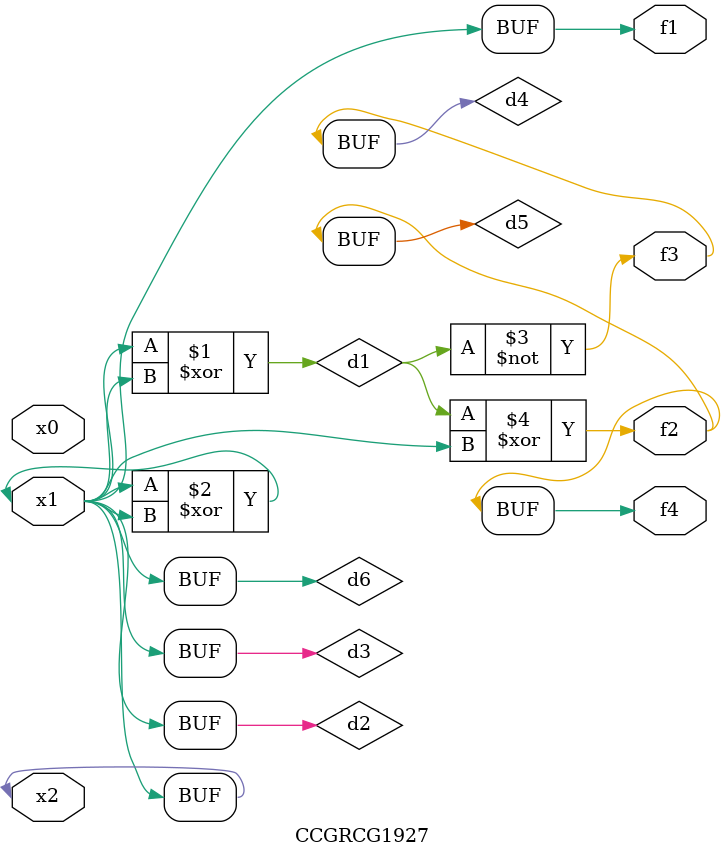
<source format=v>
module CCGRCG1927(
	input x0, x1, x2,
	output f1, f2, f3, f4
);

	wire d1, d2, d3, d4, d5, d6;

	xor (d1, x1, x2);
	buf (d2, x1, x2);
	xor (d3, x1, x2);
	nor (d4, d1);
	xor (d5, d1, d2);
	buf (d6, d2, d3);
	assign f1 = d6;
	assign f2 = d5;
	assign f3 = d4;
	assign f4 = d5;
endmodule

</source>
